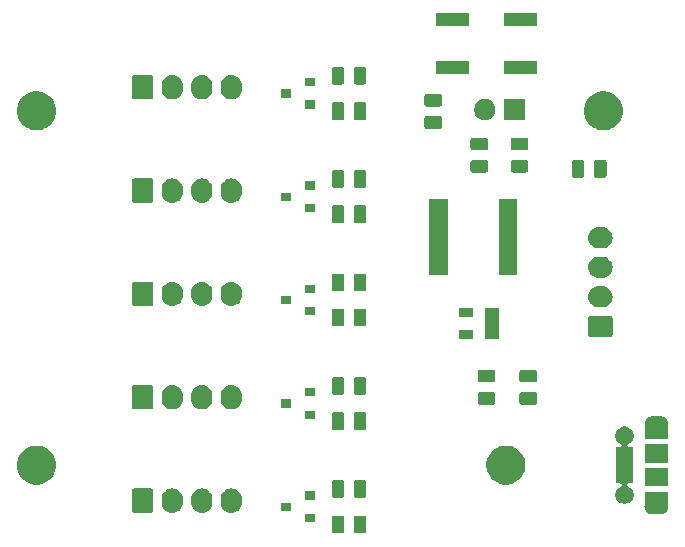
<source format=gbr>
G04 #@! TF.GenerationSoftware,KiCad,Pcbnew,(5.1.5)-3*
G04 #@! TF.CreationDate,2020-12-03T20:27:54+01:00*
G04 #@! TF.ProjectId,MCU_board,4d43555f-626f-4617-9264-2e6b69636164,rev?*
G04 #@! TF.SameCoordinates,Original*
G04 #@! TF.FileFunction,Soldermask,Top*
G04 #@! TF.FilePolarity,Negative*
%FSLAX46Y46*%
G04 Gerber Fmt 4.6, Leading zero omitted, Abs format (unit mm)*
G04 Created by KiCad (PCBNEW (5.1.5)-3) date 2020-12-03 20:27:54*
%MOMM*%
%LPD*%
G04 APERTURE LIST*
%ADD10C,0.100000*%
G04 APERTURE END LIST*
D10*
G36*
X57901968Y-112858565D02*
G01*
X57940638Y-112870296D01*
X57976277Y-112889346D01*
X58007517Y-112914983D01*
X58033154Y-112946223D01*
X58052204Y-112981862D01*
X58063935Y-113020532D01*
X58068500Y-113066888D01*
X58068500Y-114143112D01*
X58063935Y-114189468D01*
X58052204Y-114228138D01*
X58033154Y-114263777D01*
X58007517Y-114295017D01*
X57976277Y-114320654D01*
X57940638Y-114339704D01*
X57901968Y-114351435D01*
X57855612Y-114356000D01*
X57204388Y-114356000D01*
X57158032Y-114351435D01*
X57119362Y-114339704D01*
X57083723Y-114320654D01*
X57052483Y-114295017D01*
X57026846Y-114263777D01*
X57007796Y-114228138D01*
X56996065Y-114189468D01*
X56991500Y-114143112D01*
X56991500Y-113066888D01*
X56996065Y-113020532D01*
X57007796Y-112981862D01*
X57026846Y-112946223D01*
X57052483Y-112914983D01*
X57083723Y-112889346D01*
X57119362Y-112870296D01*
X57158032Y-112858565D01*
X57204388Y-112854000D01*
X57855612Y-112854000D01*
X57901968Y-112858565D01*
G37*
G36*
X56026968Y-112858565D02*
G01*
X56065638Y-112870296D01*
X56101277Y-112889346D01*
X56132517Y-112914983D01*
X56158154Y-112946223D01*
X56177204Y-112981862D01*
X56188935Y-113020532D01*
X56193500Y-113066888D01*
X56193500Y-114143112D01*
X56188935Y-114189468D01*
X56177204Y-114228138D01*
X56158154Y-114263777D01*
X56132517Y-114295017D01*
X56101277Y-114320654D01*
X56065638Y-114339704D01*
X56026968Y-114351435D01*
X55980612Y-114356000D01*
X55329388Y-114356000D01*
X55283032Y-114351435D01*
X55244362Y-114339704D01*
X55208723Y-114320654D01*
X55177483Y-114295017D01*
X55151846Y-114263777D01*
X55132796Y-114228138D01*
X55121065Y-114189468D01*
X55116500Y-114143112D01*
X55116500Y-113066888D01*
X55121065Y-113020532D01*
X55132796Y-112981862D01*
X55151846Y-112946223D01*
X55177483Y-112914983D01*
X55208723Y-112889346D01*
X55244362Y-112870296D01*
X55283032Y-112858565D01*
X55329388Y-112854000D01*
X55980612Y-112854000D01*
X56026968Y-112858565D01*
G37*
G36*
X53681000Y-113406000D02*
G01*
X52879000Y-113406000D01*
X52879000Y-112704000D01*
X53681000Y-112704000D01*
X53681000Y-113406000D01*
G37*
G36*
X83618500Y-112041886D02*
G01*
X83619102Y-112054138D01*
X83621649Y-112080000D01*
X83619102Y-112105862D01*
X83618500Y-112118114D01*
X83618500Y-112191406D01*
X83609543Y-112208164D01*
X83605415Y-112219701D01*
X83579632Y-112304693D01*
X83571854Y-112330336D01*
X83511406Y-112443425D01*
X83430054Y-112542554D01*
X83330925Y-112623906D01*
X83217836Y-112684354D01*
X83185904Y-112694040D01*
X83095118Y-112721580D01*
X83031355Y-112727860D01*
X82999474Y-112731000D01*
X82235526Y-112731000D01*
X82203645Y-112727860D01*
X82139882Y-112721580D01*
X82049096Y-112694040D01*
X82017164Y-112684354D01*
X81904075Y-112623906D01*
X81804946Y-112542554D01*
X81723594Y-112443425D01*
X81663146Y-112330336D01*
X81655368Y-112304693D01*
X81629587Y-112219708D01*
X81620213Y-112197075D01*
X81616500Y-112191518D01*
X81616500Y-112118114D01*
X81615898Y-112105862D01*
X81613351Y-112080000D01*
X81615898Y-112054138D01*
X81616500Y-112041886D01*
X81616500Y-110829000D01*
X83618500Y-110829000D01*
X83618500Y-112041886D01*
G37*
G36*
X44306626Y-110567037D02*
G01*
X44476465Y-110618557D01*
X44476467Y-110618558D01*
X44632989Y-110702221D01*
X44770186Y-110814814D01*
X44853448Y-110916271D01*
X44882778Y-110952009D01*
X44966443Y-111108534D01*
X45017963Y-111278373D01*
X45021128Y-111310505D01*
X45031000Y-111410740D01*
X45031000Y-111749259D01*
X45029185Y-111767683D01*
X45017963Y-111881626D01*
X44966443Y-112051466D01*
X44882778Y-112207991D01*
X44873157Y-112219714D01*
X44770186Y-112345186D01*
X44675250Y-112423097D01*
X44632991Y-112457778D01*
X44476466Y-112541443D01*
X44306627Y-112592963D01*
X44130000Y-112610359D01*
X43953374Y-112592963D01*
X43783535Y-112541443D01*
X43627010Y-112457778D01*
X43489815Y-112345185D01*
X43377222Y-112207991D01*
X43293557Y-112051466D01*
X43242037Y-111881627D01*
X43229000Y-111749258D01*
X43229000Y-111410743D01*
X43242037Y-111278374D01*
X43293557Y-111108535D01*
X43377222Y-110952010D01*
X43377223Y-110952009D01*
X43489814Y-110814814D01*
X43591271Y-110731552D01*
X43627009Y-110702222D01*
X43783534Y-110618557D01*
X43953373Y-110567037D01*
X44130000Y-110549641D01*
X44306626Y-110567037D01*
G37*
G36*
X41806626Y-110567037D02*
G01*
X41976465Y-110618557D01*
X41976467Y-110618558D01*
X42132989Y-110702221D01*
X42270186Y-110814814D01*
X42353448Y-110916271D01*
X42382778Y-110952009D01*
X42466443Y-111108534D01*
X42517963Y-111278373D01*
X42521128Y-111310505D01*
X42531000Y-111410740D01*
X42531000Y-111749259D01*
X42529185Y-111767683D01*
X42517963Y-111881626D01*
X42466443Y-112051466D01*
X42382778Y-112207991D01*
X42373157Y-112219714D01*
X42270186Y-112345186D01*
X42175250Y-112423097D01*
X42132991Y-112457778D01*
X41976466Y-112541443D01*
X41806627Y-112592963D01*
X41630000Y-112610359D01*
X41453374Y-112592963D01*
X41283535Y-112541443D01*
X41127010Y-112457778D01*
X40989815Y-112345185D01*
X40877222Y-112207991D01*
X40793557Y-112051466D01*
X40742037Y-111881627D01*
X40729000Y-111749258D01*
X40729000Y-111410743D01*
X40742037Y-111278374D01*
X40793557Y-111108535D01*
X40877222Y-110952010D01*
X40877223Y-110952009D01*
X40989814Y-110814814D01*
X41091271Y-110731552D01*
X41127009Y-110702222D01*
X41283534Y-110618557D01*
X41453373Y-110567037D01*
X41630000Y-110549641D01*
X41806626Y-110567037D01*
G37*
G36*
X46806626Y-110567037D02*
G01*
X46976465Y-110618557D01*
X46976467Y-110618558D01*
X47132989Y-110702221D01*
X47270186Y-110814814D01*
X47353448Y-110916271D01*
X47382778Y-110952009D01*
X47466443Y-111108534D01*
X47517963Y-111278373D01*
X47521128Y-111310505D01*
X47531000Y-111410740D01*
X47531000Y-111749259D01*
X47529185Y-111767683D01*
X47517963Y-111881626D01*
X47466443Y-112051466D01*
X47382778Y-112207991D01*
X47373157Y-112219714D01*
X47270186Y-112345186D01*
X47175250Y-112423097D01*
X47132991Y-112457778D01*
X46976466Y-112541443D01*
X46806627Y-112592963D01*
X46630000Y-112610359D01*
X46453374Y-112592963D01*
X46283535Y-112541443D01*
X46127010Y-112457778D01*
X45989815Y-112345185D01*
X45877222Y-112207991D01*
X45793557Y-112051466D01*
X45742037Y-111881627D01*
X45729000Y-111749258D01*
X45729000Y-111410743D01*
X45742037Y-111278374D01*
X45793557Y-111108535D01*
X45877222Y-110952010D01*
X45877223Y-110952009D01*
X45989814Y-110814814D01*
X46091271Y-110731552D01*
X46127009Y-110702222D01*
X46283534Y-110618557D01*
X46453373Y-110567037D01*
X46630000Y-110549641D01*
X46806626Y-110567037D01*
G37*
G36*
X39888600Y-110557989D02*
G01*
X39921652Y-110568015D01*
X39952103Y-110584292D01*
X39978799Y-110606201D01*
X40000708Y-110632897D01*
X40016985Y-110663348D01*
X40027011Y-110696400D01*
X40031000Y-110736903D01*
X40031000Y-112423097D01*
X40027011Y-112463600D01*
X40016985Y-112496652D01*
X40000708Y-112527103D01*
X39978799Y-112553799D01*
X39952103Y-112575708D01*
X39921652Y-112591985D01*
X39888600Y-112602011D01*
X39848097Y-112606000D01*
X38411903Y-112606000D01*
X38371400Y-112602011D01*
X38338348Y-112591985D01*
X38307897Y-112575708D01*
X38281201Y-112553799D01*
X38259292Y-112527103D01*
X38243015Y-112496652D01*
X38232989Y-112463600D01*
X38229000Y-112423097D01*
X38229000Y-110736903D01*
X38232989Y-110696400D01*
X38243015Y-110663348D01*
X38259292Y-110632897D01*
X38281201Y-110606201D01*
X38307897Y-110584292D01*
X38338348Y-110568015D01*
X38371400Y-110557989D01*
X38411903Y-110554000D01*
X39848097Y-110554000D01*
X39888600Y-110557989D01*
G37*
G36*
X51681000Y-112456000D02*
G01*
X50879000Y-112456000D01*
X50879000Y-111754000D01*
X51681000Y-111754000D01*
X51681000Y-112456000D01*
G37*
G36*
X80143848Y-105333820D02*
G01*
X80143850Y-105333821D01*
X80143851Y-105333821D01*
X80285074Y-105392317D01*
X80285077Y-105392319D01*
X80412169Y-105477239D01*
X80520261Y-105585331D01*
X80605181Y-105712423D01*
X80605183Y-105712426D01*
X80663679Y-105853649D01*
X80693500Y-106003571D01*
X80693500Y-106156429D01*
X80663679Y-106306351D01*
X80605183Y-106447574D01*
X80605181Y-106447577D01*
X80520261Y-106574669D01*
X80412169Y-106682761D01*
X80327440Y-106739375D01*
X80285074Y-106767683D01*
X80234772Y-106788519D01*
X80213164Y-106800068D01*
X80194222Y-106815614D01*
X80178677Y-106834556D01*
X80167126Y-106856166D01*
X80160013Y-106879615D01*
X80157611Y-106904001D01*
X80160013Y-106928387D01*
X80167126Y-106951836D01*
X80178677Y-106973447D01*
X80194223Y-106992389D01*
X80213165Y-107007934D01*
X80234775Y-107019485D01*
X80258224Y-107026598D01*
X80282610Y-107029000D01*
X80643500Y-107029000D01*
X80643500Y-110131000D01*
X80282610Y-110131000D01*
X80258224Y-110133402D01*
X80234775Y-110140515D01*
X80213164Y-110152066D01*
X80194222Y-110167611D01*
X80178677Y-110186553D01*
X80167126Y-110208164D01*
X80160013Y-110231613D01*
X80157611Y-110255999D01*
X80160013Y-110280385D01*
X80167126Y-110303834D01*
X80178677Y-110325445D01*
X80194222Y-110344387D01*
X80213164Y-110359932D01*
X80234772Y-110371481D01*
X80285074Y-110392317D01*
X80285075Y-110392318D01*
X80412169Y-110477239D01*
X80520261Y-110585331D01*
X80572390Y-110663348D01*
X80605183Y-110712426D01*
X80649327Y-110819000D01*
X80663680Y-110853652D01*
X80693500Y-111003569D01*
X80693500Y-111156431D01*
X80669245Y-111278373D01*
X80663679Y-111306351D01*
X80605183Y-111447574D01*
X80605181Y-111447577D01*
X80520261Y-111574669D01*
X80412169Y-111682761D01*
X80312646Y-111749260D01*
X80285074Y-111767683D01*
X80143851Y-111826179D01*
X80143850Y-111826179D01*
X80143848Y-111826180D01*
X79993931Y-111856000D01*
X79841069Y-111856000D01*
X79691152Y-111826180D01*
X79691150Y-111826179D01*
X79691149Y-111826179D01*
X79549926Y-111767683D01*
X79522354Y-111749260D01*
X79422831Y-111682761D01*
X79314739Y-111574669D01*
X79229819Y-111447577D01*
X79229817Y-111447574D01*
X79171321Y-111306351D01*
X79165756Y-111278373D01*
X79141500Y-111156431D01*
X79141500Y-111003569D01*
X79171320Y-110853652D01*
X79185673Y-110819000D01*
X79229817Y-110712426D01*
X79262610Y-110663348D01*
X79314739Y-110585331D01*
X79422831Y-110477239D01*
X79549925Y-110392318D01*
X79549926Y-110392317D01*
X79600228Y-110371481D01*
X79621836Y-110359932D01*
X79640778Y-110344386D01*
X79656323Y-110325444D01*
X79667874Y-110303834D01*
X79674987Y-110280385D01*
X79677389Y-110255999D01*
X79674987Y-110231613D01*
X79667874Y-110208164D01*
X79656323Y-110186553D01*
X79640777Y-110167611D01*
X79621835Y-110152066D01*
X79600225Y-110140515D01*
X79576776Y-110133402D01*
X79552390Y-110131000D01*
X79191500Y-110131000D01*
X79191500Y-107029000D01*
X79552390Y-107029000D01*
X79576776Y-107026598D01*
X79600225Y-107019485D01*
X79621836Y-107007934D01*
X79640778Y-106992389D01*
X79656323Y-106973447D01*
X79667874Y-106951836D01*
X79674987Y-106928387D01*
X79677389Y-106904001D01*
X79674987Y-106879615D01*
X79667874Y-106856166D01*
X79656323Y-106834555D01*
X79640778Y-106815613D01*
X79621836Y-106800068D01*
X79600228Y-106788519D01*
X79549926Y-106767683D01*
X79507560Y-106739375D01*
X79422831Y-106682761D01*
X79314739Y-106574669D01*
X79229819Y-106447577D01*
X79229817Y-106447574D01*
X79171321Y-106306351D01*
X79141500Y-106156429D01*
X79141500Y-106003571D01*
X79171321Y-105853649D01*
X79229817Y-105712426D01*
X79229819Y-105712423D01*
X79314739Y-105585331D01*
X79422831Y-105477239D01*
X79549923Y-105392319D01*
X79549926Y-105392317D01*
X79691149Y-105333821D01*
X79691150Y-105333821D01*
X79691152Y-105333820D01*
X79841069Y-105304000D01*
X79993931Y-105304000D01*
X80143848Y-105333820D01*
G37*
G36*
X53681000Y-111506000D02*
G01*
X52879000Y-111506000D01*
X52879000Y-110804000D01*
X53681000Y-110804000D01*
X53681000Y-111506000D01*
G37*
G36*
X56026968Y-109833565D02*
G01*
X56065638Y-109845296D01*
X56101277Y-109864346D01*
X56132517Y-109889983D01*
X56158154Y-109921223D01*
X56177204Y-109956862D01*
X56188935Y-109995532D01*
X56193500Y-110041888D01*
X56193500Y-111118112D01*
X56188935Y-111164468D01*
X56177204Y-111203138D01*
X56158154Y-111238777D01*
X56132517Y-111270017D01*
X56101277Y-111295654D01*
X56065638Y-111314704D01*
X56026968Y-111326435D01*
X55980612Y-111331000D01*
X55329388Y-111331000D01*
X55283032Y-111326435D01*
X55244362Y-111314704D01*
X55208723Y-111295654D01*
X55177483Y-111270017D01*
X55151846Y-111238777D01*
X55132796Y-111203138D01*
X55121065Y-111164468D01*
X55116500Y-111118112D01*
X55116500Y-110041888D01*
X55121065Y-109995532D01*
X55132796Y-109956862D01*
X55151846Y-109921223D01*
X55177483Y-109889983D01*
X55208723Y-109864346D01*
X55244362Y-109845296D01*
X55283032Y-109833565D01*
X55329388Y-109829000D01*
X55980612Y-109829000D01*
X56026968Y-109833565D01*
G37*
G36*
X57901968Y-109833565D02*
G01*
X57940638Y-109845296D01*
X57976277Y-109864346D01*
X58007517Y-109889983D01*
X58033154Y-109921223D01*
X58052204Y-109956862D01*
X58063935Y-109995532D01*
X58068500Y-110041888D01*
X58068500Y-111118112D01*
X58063935Y-111164468D01*
X58052204Y-111203138D01*
X58033154Y-111238777D01*
X58007517Y-111270017D01*
X57976277Y-111295654D01*
X57940638Y-111314704D01*
X57901968Y-111326435D01*
X57855612Y-111331000D01*
X57204388Y-111331000D01*
X57158032Y-111326435D01*
X57119362Y-111314704D01*
X57083723Y-111295654D01*
X57052483Y-111270017D01*
X57026846Y-111238777D01*
X57007796Y-111203138D01*
X56996065Y-111164468D01*
X56991500Y-111118112D01*
X56991500Y-110041888D01*
X56996065Y-109995532D01*
X57007796Y-109956862D01*
X57026846Y-109921223D01*
X57052483Y-109889983D01*
X57083723Y-109864346D01*
X57119362Y-109845296D01*
X57158032Y-109833565D01*
X57204388Y-109829000D01*
X57855612Y-109829000D01*
X57901968Y-109833565D01*
G37*
G36*
X83618500Y-110381000D02*
G01*
X81616500Y-110381000D01*
X81616500Y-108779000D01*
X83618500Y-108779000D01*
X83618500Y-110381000D01*
G37*
G36*
X70255256Y-106971298D02*
G01*
X70361579Y-106992447D01*
X70662042Y-107116903D01*
X70932451Y-107297585D01*
X71162415Y-107527549D01*
X71343097Y-107797958D01*
X71343098Y-107797960D01*
X71467553Y-108098422D01*
X71531000Y-108417389D01*
X71531000Y-108742611D01*
X71513418Y-108831000D01*
X71467553Y-109061579D01*
X71343097Y-109362042D01*
X71162415Y-109632451D01*
X70932451Y-109862415D01*
X70662042Y-110043097D01*
X70361579Y-110167553D01*
X70266059Y-110186553D01*
X70042611Y-110231000D01*
X69717389Y-110231000D01*
X69493941Y-110186553D01*
X69398421Y-110167553D01*
X69097958Y-110043097D01*
X68827549Y-109862415D01*
X68597585Y-109632451D01*
X68416903Y-109362042D01*
X68292447Y-109061579D01*
X68246582Y-108831000D01*
X68229000Y-108742611D01*
X68229000Y-108417389D01*
X68292447Y-108098422D01*
X68416902Y-107797960D01*
X68416903Y-107797958D01*
X68597585Y-107527549D01*
X68827549Y-107297585D01*
X69097958Y-107116903D01*
X69398421Y-106992447D01*
X69504744Y-106971298D01*
X69717389Y-106929000D01*
X70042611Y-106929000D01*
X70255256Y-106971298D01*
G37*
G36*
X30505256Y-106971298D02*
G01*
X30611579Y-106992447D01*
X30912042Y-107116903D01*
X31182451Y-107297585D01*
X31412415Y-107527549D01*
X31593097Y-107797958D01*
X31593098Y-107797960D01*
X31717553Y-108098422D01*
X31781000Y-108417389D01*
X31781000Y-108742611D01*
X31763418Y-108831000D01*
X31717553Y-109061579D01*
X31593097Y-109362042D01*
X31412415Y-109632451D01*
X31182451Y-109862415D01*
X30912042Y-110043097D01*
X30611579Y-110167553D01*
X30516059Y-110186553D01*
X30292611Y-110231000D01*
X29967389Y-110231000D01*
X29743941Y-110186553D01*
X29648421Y-110167553D01*
X29347958Y-110043097D01*
X29077549Y-109862415D01*
X28847585Y-109632451D01*
X28666903Y-109362042D01*
X28542447Y-109061579D01*
X28496582Y-108831000D01*
X28479000Y-108742611D01*
X28479000Y-108417389D01*
X28542447Y-108098422D01*
X28666902Y-107797960D01*
X28666903Y-107797958D01*
X28847585Y-107527549D01*
X29077549Y-107297585D01*
X29347958Y-107116903D01*
X29648421Y-106992447D01*
X29754744Y-106971298D01*
X29967389Y-106929000D01*
X30292611Y-106929000D01*
X30505256Y-106971298D01*
G37*
G36*
X83618500Y-108381000D02*
G01*
X81616500Y-108381000D01*
X81616500Y-106779000D01*
X83618500Y-106779000D01*
X83618500Y-108381000D01*
G37*
G36*
X83031355Y-104432140D02*
G01*
X83095118Y-104438420D01*
X83185904Y-104465960D01*
X83217836Y-104475646D01*
X83330925Y-104536094D01*
X83430054Y-104617446D01*
X83511406Y-104716575D01*
X83571854Y-104829664D01*
X83571855Y-104829668D01*
X83605413Y-104940292D01*
X83614787Y-104962925D01*
X83618500Y-104968482D01*
X83618500Y-105041886D01*
X83619102Y-105054138D01*
X83621649Y-105080000D01*
X83619102Y-105105862D01*
X83618500Y-105118114D01*
X83618500Y-106331000D01*
X81616500Y-106331000D01*
X81616500Y-105118114D01*
X81615898Y-105105862D01*
X81613351Y-105080000D01*
X81615898Y-105054138D01*
X81616500Y-105041886D01*
X81616500Y-104968594D01*
X81625457Y-104951836D01*
X81629585Y-104940299D01*
X81663145Y-104829668D01*
X81663146Y-104829664D01*
X81723594Y-104716575D01*
X81804946Y-104617446D01*
X81904075Y-104536094D01*
X82017164Y-104475646D01*
X82049096Y-104465960D01*
X82139882Y-104438420D01*
X82203645Y-104432140D01*
X82235526Y-104429000D01*
X82999474Y-104429000D01*
X83031355Y-104432140D01*
G37*
G36*
X57901968Y-104108565D02*
G01*
X57940638Y-104120296D01*
X57976277Y-104139346D01*
X58007517Y-104164983D01*
X58033154Y-104196223D01*
X58052204Y-104231862D01*
X58063935Y-104270532D01*
X58068500Y-104316888D01*
X58068500Y-105393112D01*
X58063935Y-105439468D01*
X58052204Y-105478138D01*
X58033154Y-105513777D01*
X58007517Y-105545017D01*
X57976277Y-105570654D01*
X57940638Y-105589704D01*
X57901968Y-105601435D01*
X57855612Y-105606000D01*
X57204388Y-105606000D01*
X57158032Y-105601435D01*
X57119362Y-105589704D01*
X57083723Y-105570654D01*
X57052483Y-105545017D01*
X57026846Y-105513777D01*
X57007796Y-105478138D01*
X56996065Y-105439468D01*
X56991500Y-105393112D01*
X56991500Y-104316888D01*
X56996065Y-104270532D01*
X57007796Y-104231862D01*
X57026846Y-104196223D01*
X57052483Y-104164983D01*
X57083723Y-104139346D01*
X57119362Y-104120296D01*
X57158032Y-104108565D01*
X57204388Y-104104000D01*
X57855612Y-104104000D01*
X57901968Y-104108565D01*
G37*
G36*
X56026968Y-104108565D02*
G01*
X56065638Y-104120296D01*
X56101277Y-104139346D01*
X56132517Y-104164983D01*
X56158154Y-104196223D01*
X56177204Y-104231862D01*
X56188935Y-104270532D01*
X56193500Y-104316888D01*
X56193500Y-105393112D01*
X56188935Y-105439468D01*
X56177204Y-105478138D01*
X56158154Y-105513777D01*
X56132517Y-105545017D01*
X56101277Y-105570654D01*
X56065638Y-105589704D01*
X56026968Y-105601435D01*
X55980612Y-105606000D01*
X55329388Y-105606000D01*
X55283032Y-105601435D01*
X55244362Y-105589704D01*
X55208723Y-105570654D01*
X55177483Y-105545017D01*
X55151846Y-105513777D01*
X55132796Y-105478138D01*
X55121065Y-105439468D01*
X55116500Y-105393112D01*
X55116500Y-104316888D01*
X55121065Y-104270532D01*
X55132796Y-104231862D01*
X55151846Y-104196223D01*
X55177483Y-104164983D01*
X55208723Y-104139346D01*
X55244362Y-104120296D01*
X55283032Y-104108565D01*
X55329388Y-104104000D01*
X55980612Y-104104000D01*
X56026968Y-104108565D01*
G37*
G36*
X53681000Y-104656000D02*
G01*
X52879000Y-104656000D01*
X52879000Y-103954000D01*
X53681000Y-103954000D01*
X53681000Y-104656000D01*
G37*
G36*
X46806626Y-101817037D02*
G01*
X46976465Y-101868557D01*
X46976467Y-101868558D01*
X47132989Y-101952221D01*
X47270186Y-102064814D01*
X47353448Y-102166271D01*
X47382778Y-102202009D01*
X47466443Y-102358534D01*
X47517963Y-102528373D01*
X47517963Y-102528375D01*
X47525609Y-102606000D01*
X47531000Y-102660742D01*
X47531000Y-102999257D01*
X47517963Y-103131626D01*
X47466443Y-103301466D01*
X47382778Y-103457991D01*
X47353448Y-103493729D01*
X47270186Y-103595186D01*
X47175250Y-103673097D01*
X47132991Y-103707778D01*
X46976466Y-103791443D01*
X46806627Y-103842963D01*
X46630000Y-103860359D01*
X46453374Y-103842963D01*
X46283535Y-103791443D01*
X46127010Y-103707778D01*
X45989815Y-103595185D01*
X45877222Y-103457991D01*
X45793557Y-103301466D01*
X45742037Y-103131627D01*
X45729000Y-102999258D01*
X45729000Y-102660743D01*
X45742037Y-102528374D01*
X45793557Y-102358535D01*
X45877222Y-102202010D01*
X45877223Y-102202009D01*
X45989814Y-102064814D01*
X46091271Y-101981552D01*
X46127009Y-101952222D01*
X46283534Y-101868557D01*
X46453373Y-101817037D01*
X46630000Y-101799641D01*
X46806626Y-101817037D01*
G37*
G36*
X44306626Y-101817037D02*
G01*
X44476465Y-101868557D01*
X44476467Y-101868558D01*
X44632989Y-101952221D01*
X44770186Y-102064814D01*
X44853448Y-102166271D01*
X44882778Y-102202009D01*
X44966443Y-102358534D01*
X45017963Y-102528373D01*
X45017963Y-102528375D01*
X45025609Y-102606000D01*
X45031000Y-102660742D01*
X45031000Y-102999257D01*
X45017963Y-103131626D01*
X44966443Y-103301466D01*
X44882778Y-103457991D01*
X44853448Y-103493729D01*
X44770186Y-103595186D01*
X44675250Y-103673097D01*
X44632991Y-103707778D01*
X44476466Y-103791443D01*
X44306627Y-103842963D01*
X44130000Y-103860359D01*
X43953374Y-103842963D01*
X43783535Y-103791443D01*
X43627010Y-103707778D01*
X43489815Y-103595185D01*
X43377222Y-103457991D01*
X43293557Y-103301466D01*
X43242037Y-103131627D01*
X43229000Y-102999258D01*
X43229000Y-102660743D01*
X43242037Y-102528374D01*
X43293557Y-102358535D01*
X43377222Y-102202010D01*
X43377223Y-102202009D01*
X43489814Y-102064814D01*
X43591271Y-101981552D01*
X43627009Y-101952222D01*
X43783534Y-101868557D01*
X43953373Y-101817037D01*
X44130000Y-101799641D01*
X44306626Y-101817037D01*
G37*
G36*
X41806626Y-101817037D02*
G01*
X41976465Y-101868557D01*
X41976467Y-101868558D01*
X42132989Y-101952221D01*
X42270186Y-102064814D01*
X42353448Y-102166271D01*
X42382778Y-102202009D01*
X42466443Y-102358534D01*
X42517963Y-102528373D01*
X42517963Y-102528375D01*
X42525609Y-102606000D01*
X42531000Y-102660742D01*
X42531000Y-102999257D01*
X42517963Y-103131626D01*
X42466443Y-103301466D01*
X42382778Y-103457991D01*
X42353448Y-103493729D01*
X42270186Y-103595186D01*
X42175250Y-103673097D01*
X42132991Y-103707778D01*
X41976466Y-103791443D01*
X41806627Y-103842963D01*
X41630000Y-103860359D01*
X41453374Y-103842963D01*
X41283535Y-103791443D01*
X41127010Y-103707778D01*
X40989815Y-103595185D01*
X40877222Y-103457991D01*
X40793557Y-103301466D01*
X40742037Y-103131627D01*
X40729000Y-102999258D01*
X40729000Y-102660743D01*
X40742037Y-102528374D01*
X40793557Y-102358535D01*
X40877222Y-102202010D01*
X40877223Y-102202009D01*
X40989814Y-102064814D01*
X41091271Y-101981552D01*
X41127009Y-101952222D01*
X41283534Y-101868557D01*
X41453373Y-101817037D01*
X41630000Y-101799641D01*
X41806626Y-101817037D01*
G37*
G36*
X39888600Y-101807989D02*
G01*
X39921652Y-101818015D01*
X39952103Y-101834292D01*
X39978799Y-101856201D01*
X40000708Y-101882897D01*
X40016985Y-101913348D01*
X40027011Y-101946400D01*
X40031000Y-101986903D01*
X40031000Y-103673097D01*
X40027011Y-103713600D01*
X40016985Y-103746652D01*
X40000708Y-103777103D01*
X39978799Y-103803799D01*
X39952103Y-103825708D01*
X39921652Y-103841985D01*
X39888600Y-103852011D01*
X39848097Y-103856000D01*
X38411903Y-103856000D01*
X38371400Y-103852011D01*
X38338348Y-103841985D01*
X38307897Y-103825708D01*
X38281201Y-103803799D01*
X38259292Y-103777103D01*
X38243015Y-103746652D01*
X38232989Y-103713600D01*
X38229000Y-103673097D01*
X38229000Y-101986903D01*
X38232989Y-101946400D01*
X38243015Y-101913348D01*
X38259292Y-101882897D01*
X38281201Y-101856201D01*
X38307897Y-101834292D01*
X38338348Y-101818015D01*
X38371400Y-101807989D01*
X38411903Y-101804000D01*
X39848097Y-101804000D01*
X39888600Y-101807989D01*
G37*
G36*
X51681000Y-103706000D02*
G01*
X50879000Y-103706000D01*
X50879000Y-103004000D01*
X51681000Y-103004000D01*
X51681000Y-103706000D01*
G37*
G36*
X72364468Y-102383565D02*
G01*
X72403138Y-102395296D01*
X72438777Y-102414346D01*
X72470017Y-102439983D01*
X72495654Y-102471223D01*
X72514704Y-102506862D01*
X72526435Y-102545532D01*
X72531000Y-102591888D01*
X72531000Y-103243112D01*
X72526435Y-103289468D01*
X72514704Y-103328138D01*
X72495654Y-103363777D01*
X72470017Y-103395017D01*
X72438777Y-103420654D01*
X72403138Y-103439704D01*
X72364468Y-103451435D01*
X72318112Y-103456000D01*
X71241888Y-103456000D01*
X71195532Y-103451435D01*
X71156862Y-103439704D01*
X71121223Y-103420654D01*
X71089983Y-103395017D01*
X71064346Y-103363777D01*
X71045296Y-103328138D01*
X71033565Y-103289468D01*
X71029000Y-103243112D01*
X71029000Y-102591888D01*
X71033565Y-102545532D01*
X71045296Y-102506862D01*
X71064346Y-102471223D01*
X71089983Y-102439983D01*
X71121223Y-102414346D01*
X71156862Y-102395296D01*
X71195532Y-102383565D01*
X71241888Y-102379000D01*
X72318112Y-102379000D01*
X72364468Y-102383565D01*
G37*
G36*
X68814468Y-102383565D02*
G01*
X68853138Y-102395296D01*
X68888777Y-102414346D01*
X68920017Y-102439983D01*
X68945654Y-102471223D01*
X68964704Y-102506862D01*
X68976435Y-102545532D01*
X68981000Y-102591888D01*
X68981000Y-103243112D01*
X68976435Y-103289468D01*
X68964704Y-103328138D01*
X68945654Y-103363777D01*
X68920017Y-103395017D01*
X68888777Y-103420654D01*
X68853138Y-103439704D01*
X68814468Y-103451435D01*
X68768112Y-103456000D01*
X67691888Y-103456000D01*
X67645532Y-103451435D01*
X67606862Y-103439704D01*
X67571223Y-103420654D01*
X67539983Y-103395017D01*
X67514346Y-103363777D01*
X67495296Y-103328138D01*
X67483565Y-103289468D01*
X67479000Y-103243112D01*
X67479000Y-102591888D01*
X67483565Y-102545532D01*
X67495296Y-102506862D01*
X67514346Y-102471223D01*
X67539983Y-102439983D01*
X67571223Y-102414346D01*
X67606862Y-102395296D01*
X67645532Y-102383565D01*
X67691888Y-102379000D01*
X68768112Y-102379000D01*
X68814468Y-102383565D01*
G37*
G36*
X53681000Y-102756000D02*
G01*
X52879000Y-102756000D01*
X52879000Y-102054000D01*
X53681000Y-102054000D01*
X53681000Y-102756000D01*
G37*
G36*
X56026968Y-101108565D02*
G01*
X56065638Y-101120296D01*
X56101277Y-101139346D01*
X56132517Y-101164983D01*
X56158154Y-101196223D01*
X56177204Y-101231862D01*
X56188935Y-101270532D01*
X56193500Y-101316888D01*
X56193500Y-102393112D01*
X56188935Y-102439468D01*
X56177204Y-102478138D01*
X56158154Y-102513777D01*
X56132517Y-102545017D01*
X56101277Y-102570654D01*
X56065638Y-102589704D01*
X56026968Y-102601435D01*
X55980612Y-102606000D01*
X55329388Y-102606000D01*
X55283032Y-102601435D01*
X55244362Y-102589704D01*
X55208723Y-102570654D01*
X55177483Y-102545017D01*
X55151846Y-102513777D01*
X55132796Y-102478138D01*
X55121065Y-102439468D01*
X55116500Y-102393112D01*
X55116500Y-101316888D01*
X55121065Y-101270532D01*
X55132796Y-101231862D01*
X55151846Y-101196223D01*
X55177483Y-101164983D01*
X55208723Y-101139346D01*
X55244362Y-101120296D01*
X55283032Y-101108565D01*
X55329388Y-101104000D01*
X55980612Y-101104000D01*
X56026968Y-101108565D01*
G37*
G36*
X57901968Y-101108565D02*
G01*
X57940638Y-101120296D01*
X57976277Y-101139346D01*
X58007517Y-101164983D01*
X58033154Y-101196223D01*
X58052204Y-101231862D01*
X58063935Y-101270532D01*
X58068500Y-101316888D01*
X58068500Y-102393112D01*
X58063935Y-102439468D01*
X58052204Y-102478138D01*
X58033154Y-102513777D01*
X58007517Y-102545017D01*
X57976277Y-102570654D01*
X57940638Y-102589704D01*
X57901968Y-102601435D01*
X57855612Y-102606000D01*
X57204388Y-102606000D01*
X57158032Y-102601435D01*
X57119362Y-102589704D01*
X57083723Y-102570654D01*
X57052483Y-102545017D01*
X57026846Y-102513777D01*
X57007796Y-102478138D01*
X56996065Y-102439468D01*
X56991500Y-102393112D01*
X56991500Y-101316888D01*
X56996065Y-101270532D01*
X57007796Y-101231862D01*
X57026846Y-101196223D01*
X57052483Y-101164983D01*
X57083723Y-101139346D01*
X57119362Y-101120296D01*
X57158032Y-101108565D01*
X57204388Y-101104000D01*
X57855612Y-101104000D01*
X57901968Y-101108565D01*
G37*
G36*
X68814468Y-100508565D02*
G01*
X68853138Y-100520296D01*
X68888777Y-100539346D01*
X68920017Y-100564983D01*
X68945654Y-100596223D01*
X68964704Y-100631862D01*
X68976435Y-100670532D01*
X68981000Y-100716888D01*
X68981000Y-101368112D01*
X68976435Y-101414468D01*
X68964704Y-101453138D01*
X68945654Y-101488777D01*
X68920017Y-101520017D01*
X68888777Y-101545654D01*
X68853138Y-101564704D01*
X68814468Y-101576435D01*
X68768112Y-101581000D01*
X67691888Y-101581000D01*
X67645532Y-101576435D01*
X67606862Y-101564704D01*
X67571223Y-101545654D01*
X67539983Y-101520017D01*
X67514346Y-101488777D01*
X67495296Y-101453138D01*
X67483565Y-101414468D01*
X67479000Y-101368112D01*
X67479000Y-100716888D01*
X67483565Y-100670532D01*
X67495296Y-100631862D01*
X67514346Y-100596223D01*
X67539983Y-100564983D01*
X67571223Y-100539346D01*
X67606862Y-100520296D01*
X67645532Y-100508565D01*
X67691888Y-100504000D01*
X68768112Y-100504000D01*
X68814468Y-100508565D01*
G37*
G36*
X72364468Y-100508565D02*
G01*
X72403138Y-100520296D01*
X72438777Y-100539346D01*
X72470017Y-100564983D01*
X72495654Y-100596223D01*
X72514704Y-100631862D01*
X72526435Y-100670532D01*
X72531000Y-100716888D01*
X72531000Y-101368112D01*
X72526435Y-101414468D01*
X72514704Y-101453138D01*
X72495654Y-101488777D01*
X72470017Y-101520017D01*
X72438777Y-101545654D01*
X72403138Y-101564704D01*
X72364468Y-101576435D01*
X72318112Y-101581000D01*
X71241888Y-101581000D01*
X71195532Y-101576435D01*
X71156862Y-101564704D01*
X71121223Y-101545654D01*
X71089983Y-101520017D01*
X71064346Y-101488777D01*
X71045296Y-101453138D01*
X71033565Y-101414468D01*
X71029000Y-101368112D01*
X71029000Y-100716888D01*
X71033565Y-100670532D01*
X71045296Y-100631862D01*
X71064346Y-100596223D01*
X71089983Y-100564983D01*
X71121223Y-100539346D01*
X71156862Y-100520296D01*
X71195532Y-100508565D01*
X71241888Y-100504000D01*
X72318112Y-100504000D01*
X72364468Y-100508565D01*
G37*
G36*
X69311000Y-97906000D02*
G01*
X68149000Y-97906000D01*
X68149000Y-95254000D01*
X69311000Y-95254000D01*
X69311000Y-97906000D01*
G37*
G36*
X67111000Y-97906000D02*
G01*
X65949000Y-97906000D01*
X65949000Y-97154000D01*
X67111000Y-97154000D01*
X67111000Y-97906000D01*
G37*
G36*
X78763600Y-95932989D02*
G01*
X78796652Y-95943015D01*
X78827103Y-95959292D01*
X78853799Y-95981201D01*
X78875708Y-96007897D01*
X78891985Y-96038348D01*
X78902011Y-96071400D01*
X78906000Y-96111903D01*
X78906000Y-97548097D01*
X78902011Y-97588600D01*
X78891985Y-97621652D01*
X78875708Y-97652103D01*
X78853799Y-97678799D01*
X78827103Y-97700708D01*
X78796652Y-97716985D01*
X78763600Y-97727011D01*
X78723097Y-97731000D01*
X77036903Y-97731000D01*
X76996400Y-97727011D01*
X76963348Y-97716985D01*
X76932897Y-97700708D01*
X76906201Y-97678799D01*
X76884292Y-97652103D01*
X76868015Y-97621652D01*
X76857989Y-97588600D01*
X76854000Y-97548097D01*
X76854000Y-96111903D01*
X76857989Y-96071400D01*
X76868015Y-96038348D01*
X76884292Y-96007897D01*
X76906201Y-95981201D01*
X76932897Y-95959292D01*
X76963348Y-95943015D01*
X76996400Y-95932989D01*
X77036903Y-95929000D01*
X78723097Y-95929000D01*
X78763600Y-95932989D01*
G37*
G36*
X57901968Y-95333565D02*
G01*
X57940638Y-95345296D01*
X57976277Y-95364346D01*
X58007517Y-95389983D01*
X58033154Y-95421223D01*
X58052204Y-95456862D01*
X58063935Y-95495532D01*
X58068500Y-95541888D01*
X58068500Y-96618112D01*
X58063935Y-96664468D01*
X58052204Y-96703138D01*
X58033154Y-96738777D01*
X58007517Y-96770017D01*
X57976277Y-96795654D01*
X57940638Y-96814704D01*
X57901968Y-96826435D01*
X57855612Y-96831000D01*
X57204388Y-96831000D01*
X57158032Y-96826435D01*
X57119362Y-96814704D01*
X57083723Y-96795654D01*
X57052483Y-96770017D01*
X57026846Y-96738777D01*
X57007796Y-96703138D01*
X56996065Y-96664468D01*
X56991500Y-96618112D01*
X56991500Y-95541888D01*
X56996065Y-95495532D01*
X57007796Y-95456862D01*
X57026846Y-95421223D01*
X57052483Y-95389983D01*
X57083723Y-95364346D01*
X57119362Y-95345296D01*
X57158032Y-95333565D01*
X57204388Y-95329000D01*
X57855612Y-95329000D01*
X57901968Y-95333565D01*
G37*
G36*
X56026968Y-95333565D02*
G01*
X56065638Y-95345296D01*
X56101277Y-95364346D01*
X56132517Y-95389983D01*
X56158154Y-95421223D01*
X56177204Y-95456862D01*
X56188935Y-95495532D01*
X56193500Y-95541888D01*
X56193500Y-96618112D01*
X56188935Y-96664468D01*
X56177204Y-96703138D01*
X56158154Y-96738777D01*
X56132517Y-96770017D01*
X56101277Y-96795654D01*
X56065638Y-96814704D01*
X56026968Y-96826435D01*
X55980612Y-96831000D01*
X55329388Y-96831000D01*
X55283032Y-96826435D01*
X55244362Y-96814704D01*
X55208723Y-96795654D01*
X55177483Y-96770017D01*
X55151846Y-96738777D01*
X55132796Y-96703138D01*
X55121065Y-96664468D01*
X55116500Y-96618112D01*
X55116500Y-95541888D01*
X55121065Y-95495532D01*
X55132796Y-95456862D01*
X55151846Y-95421223D01*
X55177483Y-95389983D01*
X55208723Y-95364346D01*
X55244362Y-95345296D01*
X55283032Y-95333565D01*
X55329388Y-95329000D01*
X55980612Y-95329000D01*
X56026968Y-95333565D01*
G37*
G36*
X67111000Y-96006000D02*
G01*
X65949000Y-96006000D01*
X65949000Y-95254000D01*
X67111000Y-95254000D01*
X67111000Y-96006000D01*
G37*
G36*
X53681000Y-95906000D02*
G01*
X52879000Y-95906000D01*
X52879000Y-95204000D01*
X53681000Y-95204000D01*
X53681000Y-95906000D01*
G37*
G36*
X78115443Y-93435519D02*
G01*
X78181627Y-93442037D01*
X78351466Y-93493557D01*
X78507991Y-93577222D01*
X78543729Y-93606552D01*
X78645186Y-93689814D01*
X78717863Y-93778373D01*
X78757778Y-93827009D01*
X78757779Y-93827011D01*
X78802534Y-93910740D01*
X78841443Y-93983534D01*
X78892963Y-94153373D01*
X78910359Y-94330000D01*
X78892963Y-94506627D01*
X78841443Y-94676466D01*
X78841442Y-94676468D01*
X78824592Y-94707991D01*
X78757778Y-94832991D01*
X78728448Y-94868729D01*
X78645186Y-94970186D01*
X78543729Y-95053448D01*
X78507991Y-95082778D01*
X78351466Y-95166443D01*
X78181627Y-95217963D01*
X78115443Y-95224481D01*
X78049260Y-95231000D01*
X77710740Y-95231000D01*
X77644557Y-95224481D01*
X77578373Y-95217963D01*
X77408534Y-95166443D01*
X77252009Y-95082778D01*
X77216271Y-95053448D01*
X77114814Y-94970186D01*
X77031552Y-94868729D01*
X77002222Y-94832991D01*
X76935408Y-94707991D01*
X76918558Y-94676468D01*
X76918557Y-94676466D01*
X76867037Y-94506627D01*
X76849641Y-94330000D01*
X76867037Y-94153373D01*
X76918557Y-93983534D01*
X76957467Y-93910740D01*
X77002221Y-93827011D01*
X77002222Y-93827009D01*
X77042137Y-93778373D01*
X77114814Y-93689814D01*
X77216271Y-93606552D01*
X77252009Y-93577222D01*
X77408534Y-93493557D01*
X77578373Y-93442037D01*
X77644557Y-93435519D01*
X77710740Y-93429000D01*
X78049260Y-93429000D01*
X78115443Y-93435519D01*
G37*
G36*
X41806626Y-93067037D02*
G01*
X41976465Y-93118557D01*
X41976467Y-93118558D01*
X42132989Y-93202221D01*
X42270186Y-93314814D01*
X42353448Y-93416271D01*
X42382778Y-93452009D01*
X42466443Y-93608534D01*
X42517963Y-93778373D01*
X42517963Y-93778375D01*
X42525609Y-93856000D01*
X42531000Y-93910742D01*
X42531000Y-94249257D01*
X42517963Y-94381626D01*
X42466443Y-94551466D01*
X42382778Y-94707991D01*
X42353448Y-94743729D01*
X42270186Y-94845186D01*
X42175250Y-94923097D01*
X42132991Y-94957778D01*
X41976466Y-95041443D01*
X41806627Y-95092963D01*
X41630000Y-95110359D01*
X41453374Y-95092963D01*
X41283535Y-95041443D01*
X41127010Y-94957778D01*
X40989815Y-94845185D01*
X40877222Y-94707991D01*
X40793557Y-94551466D01*
X40742037Y-94381627D01*
X40729000Y-94249258D01*
X40729000Y-93910743D01*
X40742037Y-93778374D01*
X40793557Y-93608535D01*
X40877222Y-93452010D01*
X40877223Y-93452009D01*
X40989814Y-93314814D01*
X41091271Y-93231552D01*
X41127009Y-93202222D01*
X41283534Y-93118557D01*
X41453373Y-93067037D01*
X41630000Y-93049641D01*
X41806626Y-93067037D01*
G37*
G36*
X44306626Y-93067037D02*
G01*
X44476465Y-93118557D01*
X44476467Y-93118558D01*
X44632989Y-93202221D01*
X44770186Y-93314814D01*
X44853448Y-93416271D01*
X44882778Y-93452009D01*
X44966443Y-93608534D01*
X45017963Y-93778373D01*
X45017963Y-93778375D01*
X45025609Y-93856000D01*
X45031000Y-93910742D01*
X45031000Y-94249257D01*
X45017963Y-94381626D01*
X44966443Y-94551466D01*
X44882778Y-94707991D01*
X44853448Y-94743729D01*
X44770186Y-94845186D01*
X44675250Y-94923097D01*
X44632991Y-94957778D01*
X44476466Y-95041443D01*
X44306627Y-95092963D01*
X44130000Y-95110359D01*
X43953374Y-95092963D01*
X43783535Y-95041443D01*
X43627010Y-94957778D01*
X43489815Y-94845185D01*
X43377222Y-94707991D01*
X43293557Y-94551466D01*
X43242037Y-94381627D01*
X43229000Y-94249258D01*
X43229000Y-93910743D01*
X43242037Y-93778374D01*
X43293557Y-93608535D01*
X43377222Y-93452010D01*
X43377223Y-93452009D01*
X43489814Y-93314814D01*
X43591271Y-93231552D01*
X43627009Y-93202222D01*
X43783534Y-93118557D01*
X43953373Y-93067037D01*
X44130000Y-93049641D01*
X44306626Y-93067037D01*
G37*
G36*
X46806626Y-93067037D02*
G01*
X46976465Y-93118557D01*
X46976467Y-93118558D01*
X47132989Y-93202221D01*
X47270186Y-93314814D01*
X47353448Y-93416271D01*
X47382778Y-93452009D01*
X47466443Y-93608534D01*
X47517963Y-93778373D01*
X47517963Y-93778375D01*
X47525609Y-93856000D01*
X47531000Y-93910742D01*
X47531000Y-94249257D01*
X47517963Y-94381626D01*
X47466443Y-94551466D01*
X47382778Y-94707991D01*
X47353448Y-94743729D01*
X47270186Y-94845186D01*
X47175250Y-94923097D01*
X47132991Y-94957778D01*
X46976466Y-95041443D01*
X46806627Y-95092963D01*
X46630000Y-95110359D01*
X46453374Y-95092963D01*
X46283535Y-95041443D01*
X46127010Y-94957778D01*
X45989815Y-94845185D01*
X45877222Y-94707991D01*
X45793557Y-94551466D01*
X45742037Y-94381627D01*
X45729000Y-94249258D01*
X45729000Y-93910743D01*
X45742037Y-93778374D01*
X45793557Y-93608535D01*
X45877222Y-93452010D01*
X45877223Y-93452009D01*
X45989814Y-93314814D01*
X46091271Y-93231552D01*
X46127009Y-93202222D01*
X46283534Y-93118557D01*
X46453373Y-93067037D01*
X46630000Y-93049641D01*
X46806626Y-93067037D01*
G37*
G36*
X39888600Y-93057989D02*
G01*
X39921652Y-93068015D01*
X39952103Y-93084292D01*
X39978799Y-93106201D01*
X40000708Y-93132897D01*
X40016985Y-93163348D01*
X40027011Y-93196400D01*
X40031000Y-93236903D01*
X40031000Y-94923097D01*
X40027011Y-94963600D01*
X40016985Y-94996652D01*
X40000708Y-95027103D01*
X39978799Y-95053799D01*
X39952103Y-95075708D01*
X39921652Y-95091985D01*
X39888600Y-95102011D01*
X39848097Y-95106000D01*
X38411903Y-95106000D01*
X38371400Y-95102011D01*
X38338348Y-95091985D01*
X38307897Y-95075708D01*
X38281201Y-95053799D01*
X38259292Y-95027103D01*
X38243015Y-94996652D01*
X38232989Y-94963600D01*
X38229000Y-94923097D01*
X38229000Y-93236903D01*
X38232989Y-93196400D01*
X38243015Y-93163348D01*
X38259292Y-93132897D01*
X38281201Y-93106201D01*
X38307897Y-93084292D01*
X38338348Y-93068015D01*
X38371400Y-93057989D01*
X38411903Y-93054000D01*
X39848097Y-93054000D01*
X39888600Y-93057989D01*
G37*
G36*
X51681000Y-94956000D02*
G01*
X50879000Y-94956000D01*
X50879000Y-94254000D01*
X51681000Y-94254000D01*
X51681000Y-94956000D01*
G37*
G36*
X53681000Y-94006000D02*
G01*
X52879000Y-94006000D01*
X52879000Y-93304000D01*
X53681000Y-93304000D01*
X53681000Y-94006000D01*
G37*
G36*
X57901968Y-92358565D02*
G01*
X57940638Y-92370296D01*
X57976277Y-92389346D01*
X58007517Y-92414983D01*
X58033154Y-92446223D01*
X58052204Y-92481862D01*
X58063935Y-92520532D01*
X58068500Y-92566888D01*
X58068500Y-93643112D01*
X58063935Y-93689468D01*
X58052204Y-93728138D01*
X58033154Y-93763777D01*
X58007517Y-93795017D01*
X57976277Y-93820654D01*
X57940638Y-93839704D01*
X57901968Y-93851435D01*
X57855612Y-93856000D01*
X57204388Y-93856000D01*
X57158032Y-93851435D01*
X57119362Y-93839704D01*
X57083723Y-93820654D01*
X57052483Y-93795017D01*
X57026846Y-93763777D01*
X57007796Y-93728138D01*
X56996065Y-93689468D01*
X56991500Y-93643112D01*
X56991500Y-92566888D01*
X56996065Y-92520532D01*
X57007796Y-92481862D01*
X57026846Y-92446223D01*
X57052483Y-92414983D01*
X57083723Y-92389346D01*
X57119362Y-92370296D01*
X57158032Y-92358565D01*
X57204388Y-92354000D01*
X57855612Y-92354000D01*
X57901968Y-92358565D01*
G37*
G36*
X56026968Y-92358565D02*
G01*
X56065638Y-92370296D01*
X56101277Y-92389346D01*
X56132517Y-92414983D01*
X56158154Y-92446223D01*
X56177204Y-92481862D01*
X56188935Y-92520532D01*
X56193500Y-92566888D01*
X56193500Y-93643112D01*
X56188935Y-93689468D01*
X56177204Y-93728138D01*
X56158154Y-93763777D01*
X56132517Y-93795017D01*
X56101277Y-93820654D01*
X56065638Y-93839704D01*
X56026968Y-93851435D01*
X55980612Y-93856000D01*
X55329388Y-93856000D01*
X55283032Y-93851435D01*
X55244362Y-93839704D01*
X55208723Y-93820654D01*
X55177483Y-93795017D01*
X55151846Y-93763777D01*
X55132796Y-93728138D01*
X55121065Y-93689468D01*
X55116500Y-93643112D01*
X55116500Y-92566888D01*
X55121065Y-92520532D01*
X55132796Y-92481862D01*
X55151846Y-92446223D01*
X55177483Y-92414983D01*
X55208723Y-92389346D01*
X55244362Y-92370296D01*
X55283032Y-92358565D01*
X55329388Y-92354000D01*
X55980612Y-92354000D01*
X56026968Y-92358565D01*
G37*
G36*
X78115443Y-90935519D02*
G01*
X78181627Y-90942037D01*
X78351466Y-90993557D01*
X78507991Y-91077222D01*
X78543729Y-91106552D01*
X78645186Y-91189814D01*
X78718378Y-91279000D01*
X78757778Y-91327009D01*
X78841443Y-91483534D01*
X78892963Y-91653373D01*
X78910359Y-91830000D01*
X78892963Y-92006627D01*
X78841443Y-92176466D01*
X78757778Y-92332991D01*
X78740536Y-92354000D01*
X78645186Y-92470186D01*
X78543729Y-92553448D01*
X78507991Y-92582778D01*
X78351466Y-92666443D01*
X78181627Y-92717963D01*
X78115442Y-92724482D01*
X78049260Y-92731000D01*
X77710740Y-92731000D01*
X77644558Y-92724482D01*
X77578373Y-92717963D01*
X77408534Y-92666443D01*
X77252009Y-92582778D01*
X77216271Y-92553448D01*
X77114814Y-92470186D01*
X77019464Y-92354000D01*
X77002222Y-92332991D01*
X76918557Y-92176466D01*
X76867037Y-92006627D01*
X76849641Y-91830000D01*
X76867037Y-91653373D01*
X76918557Y-91483534D01*
X77002222Y-91327009D01*
X77041622Y-91279000D01*
X77114814Y-91189814D01*
X77216271Y-91106552D01*
X77252009Y-91077222D01*
X77408534Y-90993557D01*
X77578373Y-90942037D01*
X77644557Y-90935519D01*
X77710740Y-90929000D01*
X78049260Y-90929000D01*
X78115443Y-90935519D01*
G37*
G36*
X70856000Y-92481000D02*
G01*
X69304000Y-92481000D01*
X69304000Y-86079000D01*
X70856000Y-86079000D01*
X70856000Y-92481000D01*
G37*
G36*
X64956000Y-92481000D02*
G01*
X63404000Y-92481000D01*
X63404000Y-86079000D01*
X64956000Y-86079000D01*
X64956000Y-92481000D01*
G37*
G36*
X78115443Y-88435519D02*
G01*
X78181627Y-88442037D01*
X78351466Y-88493557D01*
X78507991Y-88577222D01*
X78512594Y-88581000D01*
X78645186Y-88689814D01*
X78728448Y-88791271D01*
X78757778Y-88827009D01*
X78841443Y-88983534D01*
X78892963Y-89153373D01*
X78910359Y-89330000D01*
X78892963Y-89506627D01*
X78841443Y-89676466D01*
X78757778Y-89832991D01*
X78728448Y-89868729D01*
X78645186Y-89970186D01*
X78543729Y-90053448D01*
X78507991Y-90082778D01*
X78351466Y-90166443D01*
X78181627Y-90217963D01*
X78115442Y-90224482D01*
X78049260Y-90231000D01*
X77710740Y-90231000D01*
X77644558Y-90224482D01*
X77578373Y-90217963D01*
X77408534Y-90166443D01*
X77252009Y-90082778D01*
X77216271Y-90053448D01*
X77114814Y-89970186D01*
X77031552Y-89868729D01*
X77002222Y-89832991D01*
X76918557Y-89676466D01*
X76867037Y-89506627D01*
X76849641Y-89330000D01*
X76867037Y-89153373D01*
X76918557Y-88983534D01*
X77002222Y-88827009D01*
X77031552Y-88791271D01*
X77114814Y-88689814D01*
X77247406Y-88581000D01*
X77252009Y-88577222D01*
X77408534Y-88493557D01*
X77578373Y-88442037D01*
X77644557Y-88435519D01*
X77710740Y-88429000D01*
X78049260Y-88429000D01*
X78115443Y-88435519D01*
G37*
G36*
X57901968Y-86583565D02*
G01*
X57940638Y-86595296D01*
X57976277Y-86614346D01*
X58007517Y-86639983D01*
X58033154Y-86671223D01*
X58052204Y-86706862D01*
X58063935Y-86745532D01*
X58068500Y-86791888D01*
X58068500Y-87868112D01*
X58063935Y-87914468D01*
X58052204Y-87953138D01*
X58033154Y-87988777D01*
X58007517Y-88020017D01*
X57976277Y-88045654D01*
X57940638Y-88064704D01*
X57901968Y-88076435D01*
X57855612Y-88081000D01*
X57204388Y-88081000D01*
X57158032Y-88076435D01*
X57119362Y-88064704D01*
X57083723Y-88045654D01*
X57052483Y-88020017D01*
X57026846Y-87988777D01*
X57007796Y-87953138D01*
X56996065Y-87914468D01*
X56991500Y-87868112D01*
X56991500Y-86791888D01*
X56996065Y-86745532D01*
X57007796Y-86706862D01*
X57026846Y-86671223D01*
X57052483Y-86639983D01*
X57083723Y-86614346D01*
X57119362Y-86595296D01*
X57158032Y-86583565D01*
X57204388Y-86579000D01*
X57855612Y-86579000D01*
X57901968Y-86583565D01*
G37*
G36*
X56026968Y-86583565D02*
G01*
X56065638Y-86595296D01*
X56101277Y-86614346D01*
X56132517Y-86639983D01*
X56158154Y-86671223D01*
X56177204Y-86706862D01*
X56188935Y-86745532D01*
X56193500Y-86791888D01*
X56193500Y-87868112D01*
X56188935Y-87914468D01*
X56177204Y-87953138D01*
X56158154Y-87988777D01*
X56132517Y-88020017D01*
X56101277Y-88045654D01*
X56065638Y-88064704D01*
X56026968Y-88076435D01*
X55980612Y-88081000D01*
X55329388Y-88081000D01*
X55283032Y-88076435D01*
X55244362Y-88064704D01*
X55208723Y-88045654D01*
X55177483Y-88020017D01*
X55151846Y-87988777D01*
X55132796Y-87953138D01*
X55121065Y-87914468D01*
X55116500Y-87868112D01*
X55116500Y-86791888D01*
X55121065Y-86745532D01*
X55132796Y-86706862D01*
X55151846Y-86671223D01*
X55177483Y-86639983D01*
X55208723Y-86614346D01*
X55244362Y-86595296D01*
X55283032Y-86583565D01*
X55329388Y-86579000D01*
X55980612Y-86579000D01*
X56026968Y-86583565D01*
G37*
G36*
X53681000Y-87156000D02*
G01*
X52879000Y-87156000D01*
X52879000Y-86454000D01*
X53681000Y-86454000D01*
X53681000Y-87156000D01*
G37*
G36*
X44306626Y-84317037D02*
G01*
X44476465Y-84368557D01*
X44476467Y-84368558D01*
X44632989Y-84452221D01*
X44770186Y-84564814D01*
X44853448Y-84666271D01*
X44882778Y-84702009D01*
X44966443Y-84858534D01*
X45017963Y-85028373D01*
X45017963Y-85028375D01*
X45025609Y-85106000D01*
X45031000Y-85160742D01*
X45031000Y-85499257D01*
X45017963Y-85631626D01*
X44966443Y-85801466D01*
X44882778Y-85957991D01*
X44853448Y-85993729D01*
X44770186Y-86095186D01*
X44675250Y-86173097D01*
X44632991Y-86207778D01*
X44476466Y-86291443D01*
X44306627Y-86342963D01*
X44130000Y-86360359D01*
X43953374Y-86342963D01*
X43783535Y-86291443D01*
X43627010Y-86207778D01*
X43489815Y-86095185D01*
X43377222Y-85957991D01*
X43293557Y-85801466D01*
X43242037Y-85631627D01*
X43229000Y-85499258D01*
X43229000Y-85160743D01*
X43242037Y-85028374D01*
X43293557Y-84858535D01*
X43377222Y-84702010D01*
X43377223Y-84702009D01*
X43489814Y-84564814D01*
X43591271Y-84481552D01*
X43627009Y-84452222D01*
X43783534Y-84368557D01*
X43953373Y-84317037D01*
X44130000Y-84299641D01*
X44306626Y-84317037D01*
G37*
G36*
X46806626Y-84317037D02*
G01*
X46976465Y-84368557D01*
X46976467Y-84368558D01*
X47132989Y-84452221D01*
X47270186Y-84564814D01*
X47353448Y-84666271D01*
X47382778Y-84702009D01*
X47466443Y-84858534D01*
X47517963Y-85028373D01*
X47517963Y-85028375D01*
X47525609Y-85106000D01*
X47531000Y-85160742D01*
X47531000Y-85499257D01*
X47517963Y-85631626D01*
X47466443Y-85801466D01*
X47382778Y-85957991D01*
X47353448Y-85993729D01*
X47270186Y-86095186D01*
X47175250Y-86173097D01*
X47132991Y-86207778D01*
X46976466Y-86291443D01*
X46806627Y-86342963D01*
X46630000Y-86360359D01*
X46453374Y-86342963D01*
X46283535Y-86291443D01*
X46127010Y-86207778D01*
X45989815Y-86095185D01*
X45877222Y-85957991D01*
X45793557Y-85801466D01*
X45742037Y-85631627D01*
X45729000Y-85499258D01*
X45729000Y-85160743D01*
X45742037Y-85028374D01*
X45793557Y-84858535D01*
X45877222Y-84702010D01*
X45877223Y-84702009D01*
X45989814Y-84564814D01*
X46091271Y-84481552D01*
X46127009Y-84452222D01*
X46283534Y-84368557D01*
X46453373Y-84317037D01*
X46630000Y-84299641D01*
X46806626Y-84317037D01*
G37*
G36*
X41806626Y-84317037D02*
G01*
X41976465Y-84368557D01*
X41976467Y-84368558D01*
X42132989Y-84452221D01*
X42270186Y-84564814D01*
X42353448Y-84666271D01*
X42382778Y-84702009D01*
X42466443Y-84858534D01*
X42517963Y-85028373D01*
X42517963Y-85028375D01*
X42525609Y-85106000D01*
X42531000Y-85160742D01*
X42531000Y-85499257D01*
X42517963Y-85631626D01*
X42466443Y-85801466D01*
X42382778Y-85957991D01*
X42353448Y-85993729D01*
X42270186Y-86095186D01*
X42175250Y-86173097D01*
X42132991Y-86207778D01*
X41976466Y-86291443D01*
X41806627Y-86342963D01*
X41630000Y-86360359D01*
X41453374Y-86342963D01*
X41283535Y-86291443D01*
X41127010Y-86207778D01*
X40989815Y-86095185D01*
X40877222Y-85957991D01*
X40793557Y-85801466D01*
X40742037Y-85631627D01*
X40729000Y-85499258D01*
X40729000Y-85160743D01*
X40742037Y-85028374D01*
X40793557Y-84858535D01*
X40877222Y-84702010D01*
X40877223Y-84702009D01*
X40989814Y-84564814D01*
X41091271Y-84481552D01*
X41127009Y-84452222D01*
X41283534Y-84368557D01*
X41453373Y-84317037D01*
X41630000Y-84299641D01*
X41806626Y-84317037D01*
G37*
G36*
X39888600Y-84307989D02*
G01*
X39921652Y-84318015D01*
X39952103Y-84334292D01*
X39978799Y-84356201D01*
X40000708Y-84382897D01*
X40016985Y-84413348D01*
X40027011Y-84446400D01*
X40031000Y-84486903D01*
X40031000Y-86173097D01*
X40027011Y-86213600D01*
X40016985Y-86246652D01*
X40000708Y-86277103D01*
X39978799Y-86303799D01*
X39952103Y-86325708D01*
X39921652Y-86341985D01*
X39888600Y-86352011D01*
X39848097Y-86356000D01*
X38411903Y-86356000D01*
X38371400Y-86352011D01*
X38338348Y-86341985D01*
X38307897Y-86325708D01*
X38281201Y-86303799D01*
X38259292Y-86277103D01*
X38243015Y-86246652D01*
X38232989Y-86213600D01*
X38229000Y-86173097D01*
X38229000Y-84486903D01*
X38232989Y-84446400D01*
X38243015Y-84413348D01*
X38259292Y-84382897D01*
X38281201Y-84356201D01*
X38307897Y-84334292D01*
X38338348Y-84318015D01*
X38371400Y-84307989D01*
X38411903Y-84304000D01*
X39848097Y-84304000D01*
X39888600Y-84307989D01*
G37*
G36*
X51681000Y-86206000D02*
G01*
X50879000Y-86206000D01*
X50879000Y-85504000D01*
X51681000Y-85504000D01*
X51681000Y-86206000D01*
G37*
G36*
X53681000Y-85256000D02*
G01*
X52879000Y-85256000D01*
X52879000Y-84554000D01*
X53681000Y-84554000D01*
X53681000Y-85256000D01*
G37*
G36*
X56026968Y-83608565D02*
G01*
X56065638Y-83620296D01*
X56101277Y-83639346D01*
X56132517Y-83664983D01*
X56158154Y-83696223D01*
X56177204Y-83731862D01*
X56188935Y-83770532D01*
X56193500Y-83816888D01*
X56193500Y-84893112D01*
X56188935Y-84939468D01*
X56177204Y-84978138D01*
X56158154Y-85013777D01*
X56132517Y-85045017D01*
X56101277Y-85070654D01*
X56065638Y-85089704D01*
X56026968Y-85101435D01*
X55980612Y-85106000D01*
X55329388Y-85106000D01*
X55283032Y-85101435D01*
X55244362Y-85089704D01*
X55208723Y-85070654D01*
X55177483Y-85045017D01*
X55151846Y-85013777D01*
X55132796Y-84978138D01*
X55121065Y-84939468D01*
X55116500Y-84893112D01*
X55116500Y-83816888D01*
X55121065Y-83770532D01*
X55132796Y-83731862D01*
X55151846Y-83696223D01*
X55177483Y-83664983D01*
X55208723Y-83639346D01*
X55244362Y-83620296D01*
X55283032Y-83608565D01*
X55329388Y-83604000D01*
X55980612Y-83604000D01*
X56026968Y-83608565D01*
G37*
G36*
X57901968Y-83608565D02*
G01*
X57940638Y-83620296D01*
X57976277Y-83639346D01*
X58007517Y-83664983D01*
X58033154Y-83696223D01*
X58052204Y-83731862D01*
X58063935Y-83770532D01*
X58068500Y-83816888D01*
X58068500Y-84893112D01*
X58063935Y-84939468D01*
X58052204Y-84978138D01*
X58033154Y-85013777D01*
X58007517Y-85045017D01*
X57976277Y-85070654D01*
X57940638Y-85089704D01*
X57901968Y-85101435D01*
X57855612Y-85106000D01*
X57204388Y-85106000D01*
X57158032Y-85101435D01*
X57119362Y-85089704D01*
X57083723Y-85070654D01*
X57052483Y-85045017D01*
X57026846Y-85013777D01*
X57007796Y-84978138D01*
X56996065Y-84939468D01*
X56991500Y-84893112D01*
X56991500Y-83816888D01*
X56996065Y-83770532D01*
X57007796Y-83731862D01*
X57026846Y-83696223D01*
X57052483Y-83664983D01*
X57083723Y-83639346D01*
X57119362Y-83620296D01*
X57158032Y-83608565D01*
X57204388Y-83604000D01*
X57855612Y-83604000D01*
X57901968Y-83608565D01*
G37*
G36*
X78239468Y-82733565D02*
G01*
X78278138Y-82745296D01*
X78313777Y-82764346D01*
X78345017Y-82789983D01*
X78370654Y-82821223D01*
X78389704Y-82856862D01*
X78401435Y-82895532D01*
X78406000Y-82941888D01*
X78406000Y-84018112D01*
X78401435Y-84064468D01*
X78389704Y-84103138D01*
X78370654Y-84138777D01*
X78345017Y-84170017D01*
X78313777Y-84195654D01*
X78278138Y-84214704D01*
X78239468Y-84226435D01*
X78193112Y-84231000D01*
X77541888Y-84231000D01*
X77495532Y-84226435D01*
X77456862Y-84214704D01*
X77421223Y-84195654D01*
X77389983Y-84170017D01*
X77364346Y-84138777D01*
X77345296Y-84103138D01*
X77333565Y-84064468D01*
X77329000Y-84018112D01*
X77329000Y-82941888D01*
X77333565Y-82895532D01*
X77345296Y-82856862D01*
X77364346Y-82821223D01*
X77389983Y-82789983D01*
X77421223Y-82764346D01*
X77456862Y-82745296D01*
X77495532Y-82733565D01*
X77541888Y-82729000D01*
X78193112Y-82729000D01*
X78239468Y-82733565D01*
G37*
G36*
X76364468Y-82733565D02*
G01*
X76403138Y-82745296D01*
X76438777Y-82764346D01*
X76470017Y-82789983D01*
X76495654Y-82821223D01*
X76514704Y-82856862D01*
X76526435Y-82895532D01*
X76531000Y-82941888D01*
X76531000Y-84018112D01*
X76526435Y-84064468D01*
X76514704Y-84103138D01*
X76495654Y-84138777D01*
X76470017Y-84170017D01*
X76438777Y-84195654D01*
X76403138Y-84214704D01*
X76364468Y-84226435D01*
X76318112Y-84231000D01*
X75666888Y-84231000D01*
X75620532Y-84226435D01*
X75581862Y-84214704D01*
X75546223Y-84195654D01*
X75514983Y-84170017D01*
X75489346Y-84138777D01*
X75470296Y-84103138D01*
X75458565Y-84064468D01*
X75454000Y-84018112D01*
X75454000Y-82941888D01*
X75458565Y-82895532D01*
X75470296Y-82856862D01*
X75489346Y-82821223D01*
X75514983Y-82789983D01*
X75546223Y-82764346D01*
X75581862Y-82745296D01*
X75620532Y-82733565D01*
X75666888Y-82729000D01*
X76318112Y-82729000D01*
X76364468Y-82733565D01*
G37*
G36*
X71614468Y-82733565D02*
G01*
X71653138Y-82745296D01*
X71688777Y-82764346D01*
X71720017Y-82789983D01*
X71745654Y-82821223D01*
X71764704Y-82856862D01*
X71776435Y-82895532D01*
X71781000Y-82941888D01*
X71781000Y-83593112D01*
X71776435Y-83639468D01*
X71764704Y-83678138D01*
X71745654Y-83713777D01*
X71720017Y-83745017D01*
X71688777Y-83770654D01*
X71653138Y-83789704D01*
X71614468Y-83801435D01*
X71568112Y-83806000D01*
X70491888Y-83806000D01*
X70445532Y-83801435D01*
X70406862Y-83789704D01*
X70371223Y-83770654D01*
X70339983Y-83745017D01*
X70314346Y-83713777D01*
X70295296Y-83678138D01*
X70283565Y-83639468D01*
X70279000Y-83593112D01*
X70279000Y-82941888D01*
X70283565Y-82895532D01*
X70295296Y-82856862D01*
X70314346Y-82821223D01*
X70339983Y-82789983D01*
X70371223Y-82764346D01*
X70406862Y-82745296D01*
X70445532Y-82733565D01*
X70491888Y-82729000D01*
X71568112Y-82729000D01*
X71614468Y-82733565D01*
G37*
G36*
X68214468Y-82733565D02*
G01*
X68253138Y-82745296D01*
X68288777Y-82764346D01*
X68320017Y-82789983D01*
X68345654Y-82821223D01*
X68364704Y-82856862D01*
X68376435Y-82895532D01*
X68381000Y-82941888D01*
X68381000Y-83593112D01*
X68376435Y-83639468D01*
X68364704Y-83678138D01*
X68345654Y-83713777D01*
X68320017Y-83745017D01*
X68288777Y-83770654D01*
X68253138Y-83789704D01*
X68214468Y-83801435D01*
X68168112Y-83806000D01*
X67091888Y-83806000D01*
X67045532Y-83801435D01*
X67006862Y-83789704D01*
X66971223Y-83770654D01*
X66939983Y-83745017D01*
X66914346Y-83713777D01*
X66895296Y-83678138D01*
X66883565Y-83639468D01*
X66879000Y-83593112D01*
X66879000Y-82941888D01*
X66883565Y-82895532D01*
X66895296Y-82856862D01*
X66914346Y-82821223D01*
X66939983Y-82789983D01*
X66971223Y-82764346D01*
X67006862Y-82745296D01*
X67045532Y-82733565D01*
X67091888Y-82729000D01*
X68168112Y-82729000D01*
X68214468Y-82733565D01*
G37*
G36*
X68214468Y-80858565D02*
G01*
X68253138Y-80870296D01*
X68288777Y-80889346D01*
X68320017Y-80914983D01*
X68345654Y-80946223D01*
X68364704Y-80981862D01*
X68376435Y-81020532D01*
X68381000Y-81066888D01*
X68381000Y-81718112D01*
X68376435Y-81764468D01*
X68364704Y-81803138D01*
X68345654Y-81838777D01*
X68320017Y-81870017D01*
X68288777Y-81895654D01*
X68253138Y-81914704D01*
X68214468Y-81926435D01*
X68168112Y-81931000D01*
X67091888Y-81931000D01*
X67045532Y-81926435D01*
X67006862Y-81914704D01*
X66971223Y-81895654D01*
X66939983Y-81870017D01*
X66914346Y-81838777D01*
X66895296Y-81803138D01*
X66883565Y-81764468D01*
X66879000Y-81718112D01*
X66879000Y-81066888D01*
X66883565Y-81020532D01*
X66895296Y-80981862D01*
X66914346Y-80946223D01*
X66939983Y-80914983D01*
X66971223Y-80889346D01*
X67006862Y-80870296D01*
X67045532Y-80858565D01*
X67091888Y-80854000D01*
X68168112Y-80854000D01*
X68214468Y-80858565D01*
G37*
G36*
X71614468Y-80858565D02*
G01*
X71653138Y-80870296D01*
X71688777Y-80889346D01*
X71720017Y-80914983D01*
X71745654Y-80946223D01*
X71764704Y-80981862D01*
X71776435Y-81020532D01*
X71781000Y-81066888D01*
X71781000Y-81718112D01*
X71776435Y-81764468D01*
X71764704Y-81803138D01*
X71745654Y-81838777D01*
X71720017Y-81870017D01*
X71688777Y-81895654D01*
X71653138Y-81914704D01*
X71614468Y-81926435D01*
X71568112Y-81931000D01*
X70491888Y-81931000D01*
X70445532Y-81926435D01*
X70406862Y-81914704D01*
X70371223Y-81895654D01*
X70339983Y-81870017D01*
X70314346Y-81838777D01*
X70295296Y-81803138D01*
X70283565Y-81764468D01*
X70279000Y-81718112D01*
X70279000Y-81066888D01*
X70283565Y-81020532D01*
X70295296Y-80981862D01*
X70314346Y-80946223D01*
X70339983Y-80914983D01*
X70371223Y-80889346D01*
X70406862Y-80870296D01*
X70445532Y-80858565D01*
X70491888Y-80854000D01*
X71568112Y-80854000D01*
X71614468Y-80858565D01*
G37*
G36*
X78505256Y-76971298D02*
G01*
X78611579Y-76992447D01*
X78912042Y-77116903D01*
X79182451Y-77297585D01*
X79412415Y-77527549D01*
X79593097Y-77797958D01*
X79706080Y-78070722D01*
X79717553Y-78098422D01*
X79778735Y-78406000D01*
X79781000Y-78417391D01*
X79781000Y-78742609D01*
X79717553Y-79061579D01*
X79664447Y-79189788D01*
X79599587Y-79346375D01*
X79593097Y-79362042D01*
X79412415Y-79632451D01*
X79182451Y-79862415D01*
X78912042Y-80043097D01*
X78912041Y-80043098D01*
X78912040Y-80043098D01*
X78875691Y-80058154D01*
X78611579Y-80167553D01*
X78505256Y-80188702D01*
X78292611Y-80231000D01*
X77967389Y-80231000D01*
X77754744Y-80188702D01*
X77648421Y-80167553D01*
X77384309Y-80058154D01*
X77347960Y-80043098D01*
X77347959Y-80043098D01*
X77347958Y-80043097D01*
X77077549Y-79862415D01*
X76847585Y-79632451D01*
X76666903Y-79362042D01*
X76660414Y-79346375D01*
X76595553Y-79189788D01*
X76542447Y-79061579D01*
X76479000Y-78742609D01*
X76479000Y-78417391D01*
X76481266Y-78406000D01*
X76542447Y-78098422D01*
X76553921Y-78070722D01*
X76666903Y-77797958D01*
X76847585Y-77527549D01*
X77077549Y-77297585D01*
X77347958Y-77116903D01*
X77648421Y-76992447D01*
X77754744Y-76971298D01*
X77967389Y-76929000D01*
X78292611Y-76929000D01*
X78505256Y-76971298D01*
G37*
G36*
X30505256Y-76971298D02*
G01*
X30611579Y-76992447D01*
X30912042Y-77116903D01*
X31182451Y-77297585D01*
X31412415Y-77527549D01*
X31593097Y-77797958D01*
X31706080Y-78070722D01*
X31717553Y-78098422D01*
X31778735Y-78406000D01*
X31781000Y-78417391D01*
X31781000Y-78742609D01*
X31717553Y-79061579D01*
X31664447Y-79189788D01*
X31599587Y-79346375D01*
X31593097Y-79362042D01*
X31412415Y-79632451D01*
X31182451Y-79862415D01*
X30912042Y-80043097D01*
X30912041Y-80043098D01*
X30912040Y-80043098D01*
X30875691Y-80058154D01*
X30611579Y-80167553D01*
X30505256Y-80188702D01*
X30292611Y-80231000D01*
X29967389Y-80231000D01*
X29754744Y-80188702D01*
X29648421Y-80167553D01*
X29384309Y-80058154D01*
X29347960Y-80043098D01*
X29347959Y-80043098D01*
X29347958Y-80043097D01*
X29077549Y-79862415D01*
X28847585Y-79632451D01*
X28666903Y-79362042D01*
X28660414Y-79346375D01*
X28595553Y-79189788D01*
X28542447Y-79061579D01*
X28479000Y-78742609D01*
X28479000Y-78417391D01*
X28481266Y-78406000D01*
X28542447Y-78098422D01*
X28553921Y-78070722D01*
X28666903Y-77797958D01*
X28847585Y-77527549D01*
X29077549Y-77297585D01*
X29347958Y-77116903D01*
X29648421Y-76992447D01*
X29754744Y-76971298D01*
X29967389Y-76929000D01*
X30292611Y-76929000D01*
X30505256Y-76971298D01*
G37*
G36*
X64314468Y-79021065D02*
G01*
X64353138Y-79032796D01*
X64388777Y-79051846D01*
X64420017Y-79077483D01*
X64445654Y-79108723D01*
X64464704Y-79144362D01*
X64476435Y-79183032D01*
X64481000Y-79229388D01*
X64481000Y-79880612D01*
X64476435Y-79926968D01*
X64464704Y-79965638D01*
X64445654Y-80001277D01*
X64420017Y-80032517D01*
X64388777Y-80058154D01*
X64353138Y-80077204D01*
X64314468Y-80088935D01*
X64268112Y-80093500D01*
X63191888Y-80093500D01*
X63145532Y-80088935D01*
X63106862Y-80077204D01*
X63071223Y-80058154D01*
X63039983Y-80032517D01*
X63014346Y-80001277D01*
X62995296Y-79965638D01*
X62983565Y-79926968D01*
X62979000Y-79880612D01*
X62979000Y-79229388D01*
X62983565Y-79183032D01*
X62995296Y-79144362D01*
X63014346Y-79108723D01*
X63039983Y-79077483D01*
X63071223Y-79051846D01*
X63106862Y-79032796D01*
X63145532Y-79021065D01*
X63191888Y-79016500D01*
X64268112Y-79016500D01*
X64314468Y-79021065D01*
G37*
G36*
X71531000Y-79381000D02*
G01*
X69729000Y-79381000D01*
X69729000Y-77579000D01*
X71531000Y-77579000D01*
X71531000Y-79381000D01*
G37*
G36*
X68203512Y-77583927D02*
G01*
X68352812Y-77613624D01*
X68516784Y-77681544D01*
X68664354Y-77780147D01*
X68789853Y-77905646D01*
X68888456Y-78053216D01*
X68956376Y-78217188D01*
X68991000Y-78391259D01*
X68991000Y-78568741D01*
X68956376Y-78742812D01*
X68888456Y-78906784D01*
X68789853Y-79054354D01*
X68664354Y-79179853D01*
X68516784Y-79278456D01*
X68352812Y-79346376D01*
X68203512Y-79376073D01*
X68178742Y-79381000D01*
X68001258Y-79381000D01*
X67976488Y-79376073D01*
X67827188Y-79346376D01*
X67663216Y-79278456D01*
X67515646Y-79179853D01*
X67390147Y-79054354D01*
X67291544Y-78906784D01*
X67223624Y-78742812D01*
X67189000Y-78568741D01*
X67189000Y-78391259D01*
X67223624Y-78217188D01*
X67291544Y-78053216D01*
X67390147Y-77905646D01*
X67515646Y-77780147D01*
X67663216Y-77681544D01*
X67827188Y-77613624D01*
X67976488Y-77583927D01*
X68001258Y-77579000D01*
X68178742Y-77579000D01*
X68203512Y-77583927D01*
G37*
G36*
X56026968Y-77858565D02*
G01*
X56065638Y-77870296D01*
X56101277Y-77889346D01*
X56132517Y-77914983D01*
X56158154Y-77946223D01*
X56177204Y-77981862D01*
X56188935Y-78020532D01*
X56193500Y-78066888D01*
X56193500Y-79143112D01*
X56188935Y-79189468D01*
X56177204Y-79228138D01*
X56158154Y-79263777D01*
X56132517Y-79295017D01*
X56101277Y-79320654D01*
X56065638Y-79339704D01*
X56026968Y-79351435D01*
X55980612Y-79356000D01*
X55329388Y-79356000D01*
X55283032Y-79351435D01*
X55244362Y-79339704D01*
X55208723Y-79320654D01*
X55177483Y-79295017D01*
X55151846Y-79263777D01*
X55132796Y-79228138D01*
X55121065Y-79189468D01*
X55116500Y-79143112D01*
X55116500Y-78066888D01*
X55121065Y-78020532D01*
X55132796Y-77981862D01*
X55151846Y-77946223D01*
X55177483Y-77914983D01*
X55208723Y-77889346D01*
X55244362Y-77870296D01*
X55283032Y-77858565D01*
X55329388Y-77854000D01*
X55980612Y-77854000D01*
X56026968Y-77858565D01*
G37*
G36*
X57901968Y-77858565D02*
G01*
X57940638Y-77870296D01*
X57976277Y-77889346D01*
X58007517Y-77914983D01*
X58033154Y-77946223D01*
X58052204Y-77981862D01*
X58063935Y-78020532D01*
X58068500Y-78066888D01*
X58068500Y-79143112D01*
X58063935Y-79189468D01*
X58052204Y-79228138D01*
X58033154Y-79263777D01*
X58007517Y-79295017D01*
X57976277Y-79320654D01*
X57940638Y-79339704D01*
X57901968Y-79351435D01*
X57855612Y-79356000D01*
X57204388Y-79356000D01*
X57158032Y-79351435D01*
X57119362Y-79339704D01*
X57083723Y-79320654D01*
X57052483Y-79295017D01*
X57026846Y-79263777D01*
X57007796Y-79228138D01*
X56996065Y-79189468D01*
X56991500Y-79143112D01*
X56991500Y-78066888D01*
X56996065Y-78020532D01*
X57007796Y-77981862D01*
X57026846Y-77946223D01*
X57052483Y-77914983D01*
X57083723Y-77889346D01*
X57119362Y-77870296D01*
X57158032Y-77858565D01*
X57204388Y-77854000D01*
X57855612Y-77854000D01*
X57901968Y-77858565D01*
G37*
G36*
X53681000Y-78406000D02*
G01*
X52879000Y-78406000D01*
X52879000Y-77704000D01*
X53681000Y-77704000D01*
X53681000Y-78406000D01*
G37*
G36*
X64314468Y-77146065D02*
G01*
X64353138Y-77157796D01*
X64388777Y-77176846D01*
X64420017Y-77202483D01*
X64445654Y-77233723D01*
X64464704Y-77269362D01*
X64476435Y-77308032D01*
X64481000Y-77354388D01*
X64481000Y-78005612D01*
X64476435Y-78051968D01*
X64464704Y-78090638D01*
X64445654Y-78126277D01*
X64420017Y-78157517D01*
X64388777Y-78183154D01*
X64353138Y-78202204D01*
X64314468Y-78213935D01*
X64268112Y-78218500D01*
X63191888Y-78218500D01*
X63145532Y-78213935D01*
X63106862Y-78202204D01*
X63071223Y-78183154D01*
X63039983Y-78157517D01*
X63014346Y-78126277D01*
X62995296Y-78090638D01*
X62983565Y-78051968D01*
X62979000Y-78005612D01*
X62979000Y-77354388D01*
X62983565Y-77308032D01*
X62995296Y-77269362D01*
X63014346Y-77233723D01*
X63039983Y-77202483D01*
X63071223Y-77176846D01*
X63106862Y-77157796D01*
X63145532Y-77146065D01*
X63191888Y-77141500D01*
X64268112Y-77141500D01*
X64314468Y-77146065D01*
G37*
G36*
X44306626Y-75567037D02*
G01*
X44476465Y-75618557D01*
X44476467Y-75618558D01*
X44632989Y-75702221D01*
X44770186Y-75814814D01*
X44853448Y-75916271D01*
X44882778Y-75952009D01*
X44966443Y-76108534D01*
X45017963Y-76278373D01*
X45017963Y-76278375D01*
X45025609Y-76356000D01*
X45031000Y-76410742D01*
X45031000Y-76749257D01*
X45017963Y-76881626D01*
X44966443Y-77051466D01*
X44882778Y-77207991D01*
X44872626Y-77220361D01*
X44770186Y-77345186D01*
X44675250Y-77423097D01*
X44632991Y-77457778D01*
X44476466Y-77541443D01*
X44306627Y-77592963D01*
X44130000Y-77610359D01*
X43953374Y-77592963D01*
X43783535Y-77541443D01*
X43627010Y-77457778D01*
X43489815Y-77345185D01*
X43377222Y-77207991D01*
X43293557Y-77051466D01*
X43242037Y-76881627D01*
X43229000Y-76749258D01*
X43229000Y-76410743D01*
X43242037Y-76278374D01*
X43293557Y-76108535D01*
X43377222Y-75952010D01*
X43377223Y-75952009D01*
X43489814Y-75814814D01*
X43591271Y-75731552D01*
X43627009Y-75702222D01*
X43783534Y-75618557D01*
X43953373Y-75567037D01*
X44130000Y-75549641D01*
X44306626Y-75567037D01*
G37*
G36*
X41806626Y-75567037D02*
G01*
X41976465Y-75618557D01*
X41976467Y-75618558D01*
X42132989Y-75702221D01*
X42270186Y-75814814D01*
X42353448Y-75916271D01*
X42382778Y-75952009D01*
X42466443Y-76108534D01*
X42517963Y-76278373D01*
X42517963Y-76278375D01*
X42525609Y-76356000D01*
X42531000Y-76410742D01*
X42531000Y-76749257D01*
X42517963Y-76881626D01*
X42466443Y-77051466D01*
X42382778Y-77207991D01*
X42372626Y-77220361D01*
X42270186Y-77345186D01*
X42175250Y-77423097D01*
X42132991Y-77457778D01*
X41976466Y-77541443D01*
X41806627Y-77592963D01*
X41630000Y-77610359D01*
X41453374Y-77592963D01*
X41283535Y-77541443D01*
X41127010Y-77457778D01*
X40989815Y-77345185D01*
X40877222Y-77207991D01*
X40793557Y-77051466D01*
X40742037Y-76881627D01*
X40729000Y-76749258D01*
X40729000Y-76410743D01*
X40742037Y-76278374D01*
X40793557Y-76108535D01*
X40877222Y-75952010D01*
X40877223Y-75952009D01*
X40989814Y-75814814D01*
X41091271Y-75731552D01*
X41127009Y-75702222D01*
X41283534Y-75618557D01*
X41453373Y-75567037D01*
X41630000Y-75549641D01*
X41806626Y-75567037D01*
G37*
G36*
X46806626Y-75567037D02*
G01*
X46976465Y-75618557D01*
X46976467Y-75618558D01*
X47132989Y-75702221D01*
X47270186Y-75814814D01*
X47353448Y-75916271D01*
X47382778Y-75952009D01*
X47466443Y-76108534D01*
X47517963Y-76278373D01*
X47517963Y-76278375D01*
X47525609Y-76356000D01*
X47531000Y-76410742D01*
X47531000Y-76749257D01*
X47517963Y-76881626D01*
X47466443Y-77051466D01*
X47382778Y-77207991D01*
X47372626Y-77220361D01*
X47270186Y-77345186D01*
X47175250Y-77423097D01*
X47132991Y-77457778D01*
X46976466Y-77541443D01*
X46806627Y-77592963D01*
X46630000Y-77610359D01*
X46453374Y-77592963D01*
X46283535Y-77541443D01*
X46127010Y-77457778D01*
X45989815Y-77345185D01*
X45877222Y-77207991D01*
X45793557Y-77051466D01*
X45742037Y-76881627D01*
X45729000Y-76749258D01*
X45729000Y-76410743D01*
X45742037Y-76278374D01*
X45793557Y-76108535D01*
X45877222Y-75952010D01*
X45877223Y-75952009D01*
X45989814Y-75814814D01*
X46091271Y-75731552D01*
X46127009Y-75702222D01*
X46283534Y-75618557D01*
X46453373Y-75567037D01*
X46630000Y-75549641D01*
X46806626Y-75567037D01*
G37*
G36*
X39888600Y-75557989D02*
G01*
X39921652Y-75568015D01*
X39952103Y-75584292D01*
X39978799Y-75606201D01*
X40000708Y-75632897D01*
X40016985Y-75663348D01*
X40027011Y-75696400D01*
X40031000Y-75736903D01*
X40031000Y-77423097D01*
X40027011Y-77463600D01*
X40016985Y-77496652D01*
X40000708Y-77527103D01*
X39978799Y-77553799D01*
X39952103Y-77575708D01*
X39921652Y-77591985D01*
X39888600Y-77602011D01*
X39848097Y-77606000D01*
X38411903Y-77606000D01*
X38371400Y-77602011D01*
X38338348Y-77591985D01*
X38307897Y-77575708D01*
X38281201Y-77553799D01*
X38259292Y-77527103D01*
X38243015Y-77496652D01*
X38232989Y-77463600D01*
X38229000Y-77423097D01*
X38229000Y-75736903D01*
X38232989Y-75696400D01*
X38243015Y-75663348D01*
X38259292Y-75632897D01*
X38281201Y-75606201D01*
X38307897Y-75584292D01*
X38338348Y-75568015D01*
X38371400Y-75557989D01*
X38411903Y-75554000D01*
X39848097Y-75554000D01*
X39888600Y-75557989D01*
G37*
G36*
X51681000Y-77456000D02*
G01*
X50879000Y-77456000D01*
X50879000Y-76754000D01*
X51681000Y-76754000D01*
X51681000Y-77456000D01*
G37*
G36*
X53681000Y-76506000D02*
G01*
X52879000Y-76506000D01*
X52879000Y-75804000D01*
X53681000Y-75804000D01*
X53681000Y-76506000D01*
G37*
G36*
X57901968Y-74858565D02*
G01*
X57940638Y-74870296D01*
X57976277Y-74889346D01*
X58007517Y-74914983D01*
X58033154Y-74946223D01*
X58052204Y-74981862D01*
X58063935Y-75020532D01*
X58068500Y-75066888D01*
X58068500Y-76143112D01*
X58063935Y-76189468D01*
X58052204Y-76228138D01*
X58033154Y-76263777D01*
X58007517Y-76295017D01*
X57976277Y-76320654D01*
X57940638Y-76339704D01*
X57901968Y-76351435D01*
X57855612Y-76356000D01*
X57204388Y-76356000D01*
X57158032Y-76351435D01*
X57119362Y-76339704D01*
X57083723Y-76320654D01*
X57052483Y-76295017D01*
X57026846Y-76263777D01*
X57007796Y-76228138D01*
X56996065Y-76189468D01*
X56991500Y-76143112D01*
X56991500Y-75066888D01*
X56996065Y-75020532D01*
X57007796Y-74981862D01*
X57026846Y-74946223D01*
X57052483Y-74914983D01*
X57083723Y-74889346D01*
X57119362Y-74870296D01*
X57158032Y-74858565D01*
X57204388Y-74854000D01*
X57855612Y-74854000D01*
X57901968Y-74858565D01*
G37*
G36*
X56026968Y-74858565D02*
G01*
X56065638Y-74870296D01*
X56101277Y-74889346D01*
X56132517Y-74914983D01*
X56158154Y-74946223D01*
X56177204Y-74981862D01*
X56188935Y-75020532D01*
X56193500Y-75066888D01*
X56193500Y-76143112D01*
X56188935Y-76189468D01*
X56177204Y-76228138D01*
X56158154Y-76263777D01*
X56132517Y-76295017D01*
X56101277Y-76320654D01*
X56065638Y-76339704D01*
X56026968Y-76351435D01*
X55980612Y-76356000D01*
X55329388Y-76356000D01*
X55283032Y-76351435D01*
X55244362Y-76339704D01*
X55208723Y-76320654D01*
X55177483Y-76295017D01*
X55151846Y-76263777D01*
X55132796Y-76228138D01*
X55121065Y-76189468D01*
X55116500Y-76143112D01*
X55116500Y-75066888D01*
X55121065Y-75020532D01*
X55132796Y-74981862D01*
X55151846Y-74946223D01*
X55177483Y-74914983D01*
X55208723Y-74889346D01*
X55244362Y-74870296D01*
X55283032Y-74858565D01*
X55329388Y-74854000D01*
X55980612Y-74854000D01*
X56026968Y-74858565D01*
G37*
G36*
X66781000Y-75431000D02*
G01*
X63929000Y-75431000D01*
X63929000Y-74329000D01*
X66781000Y-74329000D01*
X66781000Y-75431000D01*
G37*
G36*
X72531000Y-75431000D02*
G01*
X69679000Y-75431000D01*
X69679000Y-74329000D01*
X72531000Y-74329000D01*
X72531000Y-75431000D01*
G37*
G36*
X72531000Y-71431000D02*
G01*
X69679000Y-71431000D01*
X69679000Y-70329000D01*
X72531000Y-70329000D01*
X72531000Y-71431000D01*
G37*
G36*
X66781000Y-71431000D02*
G01*
X63929000Y-71431000D01*
X63929000Y-70329000D01*
X66781000Y-70329000D01*
X66781000Y-71431000D01*
G37*
M02*

</source>
